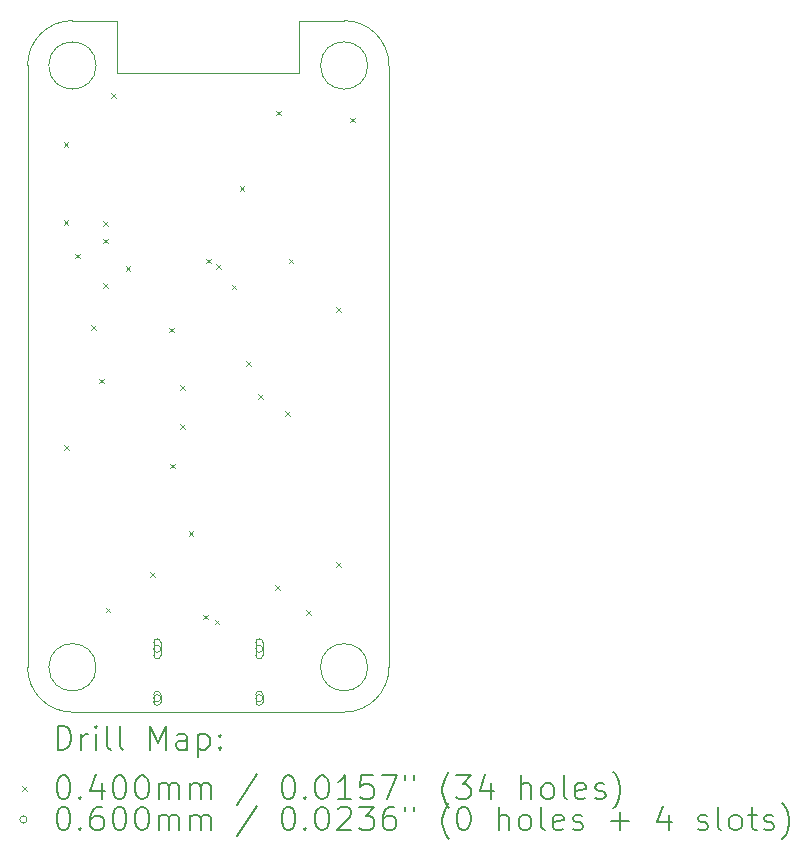
<source format=gbr>
%TF.GenerationSoftware,KiCad,Pcbnew,8.0.0-rc2-494-g6bc7bcffef*%
%TF.CreationDate,2024-02-15T01:57:22+00:00*%
%TF.ProjectId,Wakeboard,57616b65-626f-4617-9264-2e6b69636164,rev?*%
%TF.SameCoordinates,Original*%
%TF.FileFunction,Drillmap*%
%TF.FilePolarity,Positive*%
%FSLAX45Y45*%
G04 Gerber Fmt 4.5, Leading zero omitted, Abs format (unit mm)*
G04 Created by KiCad (PCBNEW 8.0.0-rc2-494-g6bc7bcffef) date 2024-02-15 01:57:22*
%MOMM*%
%LPD*%
G01*
G04 APERTURE LIST*
%ADD10C,0.100000*%
%ADD11C,0.200000*%
G04 APERTURE END LIST*
D10*
X14280000Y-9920000D02*
X14279966Y-4825304D01*
X13900195Y-4445034D02*
G75*
G02*
X14279966Y-4825304I-195J-379966D01*
G01*
X14100000Y-9920000D02*
G75*
G02*
X13700000Y-9920000I-200000J0D01*
G01*
X13700000Y-9920000D02*
G75*
G02*
X14100000Y-9920000I200000J0D01*
G01*
X11980000Y-4444700D02*
X11600000Y-4444983D01*
X13520000Y-4890000D02*
X11980000Y-4890000D01*
X13900195Y-4445034D02*
X13520000Y-4444700D01*
X11980000Y-4890000D02*
X11980000Y-4444700D01*
X11600000Y-10300000D02*
G75*
G02*
X11220000Y-9920000I0J380000D01*
G01*
X11219983Y-4824794D02*
X11220000Y-9920000D01*
X11600000Y-10300000D02*
X13900000Y-10300000D01*
X11800000Y-4825000D02*
G75*
G02*
X11400000Y-4825000I-200000J0D01*
G01*
X11400000Y-4825000D02*
G75*
G02*
X11800000Y-4825000I200000J0D01*
G01*
X11800000Y-9920000D02*
G75*
G02*
X11400000Y-9920000I-200000J0D01*
G01*
X11400000Y-9920000D02*
G75*
G02*
X11800000Y-9920000I200000J0D01*
G01*
X11219983Y-4824794D02*
G75*
G02*
X11600000Y-4444983I380017J-206D01*
G01*
X14280000Y-9920000D02*
G75*
G02*
X13900000Y-10300000I-380000J0D01*
G01*
X14100000Y-4825000D02*
G75*
G02*
X13700000Y-4825000I-200000J0D01*
G01*
X13700000Y-4825000D02*
G75*
G02*
X14100000Y-4825000I200000J0D01*
G01*
X13520000Y-4444700D02*
X13520000Y-4890000D01*
D11*
D10*
X11524800Y-5476980D02*
X11564800Y-5516980D01*
X11564800Y-5476980D02*
X11524800Y-5516980D01*
X11524800Y-6134300D02*
X11564800Y-6174300D01*
X11564800Y-6134300D02*
X11524800Y-6174300D01*
X11530000Y-8037250D02*
X11570000Y-8077250D01*
X11570000Y-8037250D02*
X11530000Y-8077250D01*
X11625021Y-6417427D02*
X11665021Y-6457427D01*
X11665021Y-6417427D02*
X11625021Y-6457427D01*
X11756670Y-7026500D02*
X11796670Y-7066500D01*
X11796670Y-7026500D02*
X11756670Y-7066500D01*
X11826920Y-7477460D02*
X11866920Y-7517460D01*
X11866920Y-7477460D02*
X11826920Y-7517460D01*
X11860000Y-6140000D02*
X11900000Y-6180000D01*
X11900000Y-6140000D02*
X11860000Y-6180000D01*
X11860000Y-6290000D02*
X11900000Y-6330000D01*
X11900000Y-6290000D02*
X11860000Y-6330000D01*
X11860000Y-6670000D02*
X11900000Y-6710000D01*
X11900000Y-6670000D02*
X11860000Y-6710000D01*
X11880000Y-9415000D02*
X11920000Y-9455000D01*
X11920000Y-9415000D02*
X11880000Y-9455000D01*
X11926490Y-5060000D02*
X11966490Y-5100000D01*
X11966490Y-5060000D02*
X11926490Y-5100000D01*
X12050000Y-6525000D02*
X12090000Y-6565000D01*
X12090000Y-6525000D02*
X12050000Y-6565000D01*
X12255720Y-9117550D02*
X12295720Y-9157550D01*
X12295720Y-9117550D02*
X12255720Y-9157550D01*
X12420000Y-7045000D02*
X12460000Y-7085000D01*
X12460000Y-7045000D02*
X12420000Y-7085000D01*
X12428530Y-8196470D02*
X12468530Y-8236470D01*
X12468530Y-8196470D02*
X12428530Y-8236470D01*
X12510000Y-7528419D02*
X12550000Y-7568419D01*
X12550000Y-7528419D02*
X12510000Y-7568419D01*
X12510000Y-7860000D02*
X12550000Y-7900000D01*
X12550000Y-7860000D02*
X12510000Y-7900000D01*
X12585000Y-8769660D02*
X12625000Y-8809660D01*
X12625000Y-8769660D02*
X12585000Y-8809660D01*
X12705013Y-9475277D02*
X12745013Y-9515277D01*
X12745013Y-9475277D02*
X12705013Y-9515277D01*
X12730000Y-6460000D02*
X12770000Y-6500000D01*
X12770000Y-6460000D02*
X12730000Y-6500000D01*
X12804840Y-9517240D02*
X12844840Y-9557240D01*
X12844840Y-9517240D02*
X12804840Y-9557240D01*
X12815000Y-6509000D02*
X12855000Y-6549000D01*
X12855000Y-6509000D02*
X12815000Y-6549000D01*
X12948323Y-6681216D02*
X12988323Y-6721216D01*
X12988323Y-6681216D02*
X12948323Y-6721216D01*
X13015380Y-5845210D02*
X13055380Y-5885210D01*
X13055380Y-5845210D02*
X13015380Y-5885210D01*
X13070000Y-7330000D02*
X13110000Y-7370000D01*
X13110000Y-7330000D02*
X13070000Y-7370000D01*
X13170000Y-7610000D02*
X13210000Y-7650000D01*
X13210000Y-7610000D02*
X13170000Y-7650000D01*
X13313730Y-9224000D02*
X13353730Y-9264000D01*
X13353730Y-9224000D02*
X13313730Y-9264000D01*
X13327340Y-5207500D02*
X13367340Y-5247500D01*
X13367340Y-5207500D02*
X13327340Y-5247500D01*
X13401079Y-7753250D02*
X13441079Y-7793250D01*
X13441079Y-7753250D02*
X13401079Y-7793250D01*
X13430000Y-6459650D02*
X13470000Y-6499650D01*
X13470000Y-6459650D02*
X13430000Y-6499650D01*
X13580000Y-9434475D02*
X13620000Y-9474475D01*
X13620000Y-9434475D02*
X13580000Y-9474475D01*
X13835000Y-6873350D02*
X13875000Y-6913350D01*
X13875000Y-6873350D02*
X13835000Y-6913350D01*
X13835000Y-9029140D02*
X13875000Y-9069140D01*
X13875000Y-9029140D02*
X13835000Y-9069140D01*
X13950000Y-5265560D02*
X13990000Y-5305560D01*
X13990000Y-5265560D02*
X13950000Y-5305560D01*
X12348000Y-9764500D02*
G75*
G02*
X12288000Y-9764500I-30000J0D01*
G01*
X12288000Y-9764500D02*
G75*
G02*
X12348000Y-9764500I30000J0D01*
G01*
X12288000Y-9709500D02*
X12288000Y-9819500D01*
X12348000Y-9819500D02*
G75*
G02*
X12288000Y-9819500I-30000J0D01*
G01*
X12348000Y-9819500D02*
X12348000Y-9709500D01*
X12348000Y-9709500D02*
G75*
G03*
X12288000Y-9709500I-30000J0D01*
G01*
X12348000Y-10182500D02*
G75*
G02*
X12288000Y-10182500I-30000J0D01*
G01*
X12288000Y-10182500D02*
G75*
G02*
X12348000Y-10182500I30000J0D01*
G01*
X12288000Y-10152500D02*
X12288000Y-10212500D01*
X12348000Y-10212500D02*
G75*
G02*
X12288000Y-10212500I-30000J0D01*
G01*
X12348000Y-10212500D02*
X12348000Y-10152500D01*
X12348000Y-10152500D02*
G75*
G03*
X12288000Y-10152500I-30000J0D01*
G01*
X13212000Y-9764500D02*
G75*
G02*
X13152000Y-9764500I-30000J0D01*
G01*
X13152000Y-9764500D02*
G75*
G02*
X13212000Y-9764500I30000J0D01*
G01*
X13152000Y-9709500D02*
X13152000Y-9819500D01*
X13212000Y-9819500D02*
G75*
G02*
X13152000Y-9819500I-30000J0D01*
G01*
X13212000Y-9819500D02*
X13212000Y-9709500D01*
X13212000Y-9709500D02*
G75*
G03*
X13152000Y-9709500I-30000J0D01*
G01*
X13212000Y-10182500D02*
G75*
G02*
X13152000Y-10182500I-30000J0D01*
G01*
X13152000Y-10182500D02*
G75*
G02*
X13212000Y-10182500I30000J0D01*
G01*
X13152000Y-10152500D02*
X13152000Y-10212500D01*
X13212000Y-10212500D02*
G75*
G02*
X13152000Y-10212500I-30000J0D01*
G01*
X13212000Y-10212500D02*
X13212000Y-10152500D01*
X13212000Y-10152500D02*
G75*
G03*
X13152000Y-10152500I-30000J0D01*
G01*
D11*
X11475760Y-10616484D02*
X11475760Y-10416484D01*
X11475760Y-10416484D02*
X11523379Y-10416484D01*
X11523379Y-10416484D02*
X11551950Y-10426008D01*
X11551950Y-10426008D02*
X11570998Y-10445055D01*
X11570998Y-10445055D02*
X11580522Y-10464103D01*
X11580522Y-10464103D02*
X11590045Y-10502198D01*
X11590045Y-10502198D02*
X11590045Y-10530770D01*
X11590045Y-10530770D02*
X11580522Y-10568865D01*
X11580522Y-10568865D02*
X11570998Y-10587912D01*
X11570998Y-10587912D02*
X11551950Y-10606960D01*
X11551950Y-10606960D02*
X11523379Y-10616484D01*
X11523379Y-10616484D02*
X11475760Y-10616484D01*
X11675760Y-10616484D02*
X11675760Y-10483150D01*
X11675760Y-10521246D02*
X11685283Y-10502198D01*
X11685283Y-10502198D02*
X11694807Y-10492674D01*
X11694807Y-10492674D02*
X11713855Y-10483150D01*
X11713855Y-10483150D02*
X11732903Y-10483150D01*
X11799569Y-10616484D02*
X11799569Y-10483150D01*
X11799569Y-10416484D02*
X11790045Y-10426008D01*
X11790045Y-10426008D02*
X11799569Y-10435531D01*
X11799569Y-10435531D02*
X11809093Y-10426008D01*
X11809093Y-10426008D02*
X11799569Y-10416484D01*
X11799569Y-10416484D02*
X11799569Y-10435531D01*
X11923379Y-10616484D02*
X11904331Y-10606960D01*
X11904331Y-10606960D02*
X11894807Y-10587912D01*
X11894807Y-10587912D02*
X11894807Y-10416484D01*
X12028141Y-10616484D02*
X12009093Y-10606960D01*
X12009093Y-10606960D02*
X11999569Y-10587912D01*
X11999569Y-10587912D02*
X11999569Y-10416484D01*
X12256712Y-10616484D02*
X12256712Y-10416484D01*
X12256712Y-10416484D02*
X12323379Y-10559341D01*
X12323379Y-10559341D02*
X12390045Y-10416484D01*
X12390045Y-10416484D02*
X12390045Y-10616484D01*
X12570998Y-10616484D02*
X12570998Y-10511722D01*
X12570998Y-10511722D02*
X12561474Y-10492674D01*
X12561474Y-10492674D02*
X12542426Y-10483150D01*
X12542426Y-10483150D02*
X12504331Y-10483150D01*
X12504331Y-10483150D02*
X12485283Y-10492674D01*
X12570998Y-10606960D02*
X12551950Y-10616484D01*
X12551950Y-10616484D02*
X12504331Y-10616484D01*
X12504331Y-10616484D02*
X12485283Y-10606960D01*
X12485283Y-10606960D02*
X12475760Y-10587912D01*
X12475760Y-10587912D02*
X12475760Y-10568865D01*
X12475760Y-10568865D02*
X12485283Y-10549817D01*
X12485283Y-10549817D02*
X12504331Y-10540293D01*
X12504331Y-10540293D02*
X12551950Y-10540293D01*
X12551950Y-10540293D02*
X12570998Y-10530770D01*
X12666236Y-10483150D02*
X12666236Y-10683150D01*
X12666236Y-10492674D02*
X12685283Y-10483150D01*
X12685283Y-10483150D02*
X12723379Y-10483150D01*
X12723379Y-10483150D02*
X12742426Y-10492674D01*
X12742426Y-10492674D02*
X12751950Y-10502198D01*
X12751950Y-10502198D02*
X12761474Y-10521246D01*
X12761474Y-10521246D02*
X12761474Y-10578389D01*
X12761474Y-10578389D02*
X12751950Y-10597436D01*
X12751950Y-10597436D02*
X12742426Y-10606960D01*
X12742426Y-10606960D02*
X12723379Y-10616484D01*
X12723379Y-10616484D02*
X12685283Y-10616484D01*
X12685283Y-10616484D02*
X12666236Y-10606960D01*
X12847188Y-10597436D02*
X12856712Y-10606960D01*
X12856712Y-10606960D02*
X12847188Y-10616484D01*
X12847188Y-10616484D02*
X12837664Y-10606960D01*
X12837664Y-10606960D02*
X12847188Y-10597436D01*
X12847188Y-10597436D02*
X12847188Y-10616484D01*
X12847188Y-10492674D02*
X12856712Y-10502198D01*
X12856712Y-10502198D02*
X12847188Y-10511722D01*
X12847188Y-10511722D02*
X12837664Y-10502198D01*
X12837664Y-10502198D02*
X12847188Y-10492674D01*
X12847188Y-10492674D02*
X12847188Y-10511722D01*
D10*
X11174983Y-10925000D02*
X11214983Y-10965000D01*
X11214983Y-10925000D02*
X11174983Y-10965000D01*
D11*
X11513855Y-10836484D02*
X11532903Y-10836484D01*
X11532903Y-10836484D02*
X11551950Y-10846008D01*
X11551950Y-10846008D02*
X11561474Y-10855531D01*
X11561474Y-10855531D02*
X11570998Y-10874579D01*
X11570998Y-10874579D02*
X11580522Y-10912674D01*
X11580522Y-10912674D02*
X11580522Y-10960293D01*
X11580522Y-10960293D02*
X11570998Y-10998389D01*
X11570998Y-10998389D02*
X11561474Y-11017436D01*
X11561474Y-11017436D02*
X11551950Y-11026960D01*
X11551950Y-11026960D02*
X11532903Y-11036484D01*
X11532903Y-11036484D02*
X11513855Y-11036484D01*
X11513855Y-11036484D02*
X11494807Y-11026960D01*
X11494807Y-11026960D02*
X11485283Y-11017436D01*
X11485283Y-11017436D02*
X11475760Y-10998389D01*
X11475760Y-10998389D02*
X11466236Y-10960293D01*
X11466236Y-10960293D02*
X11466236Y-10912674D01*
X11466236Y-10912674D02*
X11475760Y-10874579D01*
X11475760Y-10874579D02*
X11485283Y-10855531D01*
X11485283Y-10855531D02*
X11494807Y-10846008D01*
X11494807Y-10846008D02*
X11513855Y-10836484D01*
X11666236Y-11017436D02*
X11675760Y-11026960D01*
X11675760Y-11026960D02*
X11666236Y-11036484D01*
X11666236Y-11036484D02*
X11656712Y-11026960D01*
X11656712Y-11026960D02*
X11666236Y-11017436D01*
X11666236Y-11017436D02*
X11666236Y-11036484D01*
X11847188Y-10903150D02*
X11847188Y-11036484D01*
X11799569Y-10826960D02*
X11751950Y-10969817D01*
X11751950Y-10969817D02*
X11875760Y-10969817D01*
X11990045Y-10836484D02*
X12009093Y-10836484D01*
X12009093Y-10836484D02*
X12028141Y-10846008D01*
X12028141Y-10846008D02*
X12037664Y-10855531D01*
X12037664Y-10855531D02*
X12047188Y-10874579D01*
X12047188Y-10874579D02*
X12056712Y-10912674D01*
X12056712Y-10912674D02*
X12056712Y-10960293D01*
X12056712Y-10960293D02*
X12047188Y-10998389D01*
X12047188Y-10998389D02*
X12037664Y-11017436D01*
X12037664Y-11017436D02*
X12028141Y-11026960D01*
X12028141Y-11026960D02*
X12009093Y-11036484D01*
X12009093Y-11036484D02*
X11990045Y-11036484D01*
X11990045Y-11036484D02*
X11970998Y-11026960D01*
X11970998Y-11026960D02*
X11961474Y-11017436D01*
X11961474Y-11017436D02*
X11951950Y-10998389D01*
X11951950Y-10998389D02*
X11942426Y-10960293D01*
X11942426Y-10960293D02*
X11942426Y-10912674D01*
X11942426Y-10912674D02*
X11951950Y-10874579D01*
X11951950Y-10874579D02*
X11961474Y-10855531D01*
X11961474Y-10855531D02*
X11970998Y-10846008D01*
X11970998Y-10846008D02*
X11990045Y-10836484D01*
X12180522Y-10836484D02*
X12199569Y-10836484D01*
X12199569Y-10836484D02*
X12218617Y-10846008D01*
X12218617Y-10846008D02*
X12228141Y-10855531D01*
X12228141Y-10855531D02*
X12237664Y-10874579D01*
X12237664Y-10874579D02*
X12247188Y-10912674D01*
X12247188Y-10912674D02*
X12247188Y-10960293D01*
X12247188Y-10960293D02*
X12237664Y-10998389D01*
X12237664Y-10998389D02*
X12228141Y-11017436D01*
X12228141Y-11017436D02*
X12218617Y-11026960D01*
X12218617Y-11026960D02*
X12199569Y-11036484D01*
X12199569Y-11036484D02*
X12180522Y-11036484D01*
X12180522Y-11036484D02*
X12161474Y-11026960D01*
X12161474Y-11026960D02*
X12151950Y-11017436D01*
X12151950Y-11017436D02*
X12142426Y-10998389D01*
X12142426Y-10998389D02*
X12132903Y-10960293D01*
X12132903Y-10960293D02*
X12132903Y-10912674D01*
X12132903Y-10912674D02*
X12142426Y-10874579D01*
X12142426Y-10874579D02*
X12151950Y-10855531D01*
X12151950Y-10855531D02*
X12161474Y-10846008D01*
X12161474Y-10846008D02*
X12180522Y-10836484D01*
X12332903Y-11036484D02*
X12332903Y-10903150D01*
X12332903Y-10922198D02*
X12342426Y-10912674D01*
X12342426Y-10912674D02*
X12361474Y-10903150D01*
X12361474Y-10903150D02*
X12390045Y-10903150D01*
X12390045Y-10903150D02*
X12409093Y-10912674D01*
X12409093Y-10912674D02*
X12418617Y-10931722D01*
X12418617Y-10931722D02*
X12418617Y-11036484D01*
X12418617Y-10931722D02*
X12428141Y-10912674D01*
X12428141Y-10912674D02*
X12447188Y-10903150D01*
X12447188Y-10903150D02*
X12475760Y-10903150D01*
X12475760Y-10903150D02*
X12494807Y-10912674D01*
X12494807Y-10912674D02*
X12504331Y-10931722D01*
X12504331Y-10931722D02*
X12504331Y-11036484D01*
X12599569Y-11036484D02*
X12599569Y-10903150D01*
X12599569Y-10922198D02*
X12609093Y-10912674D01*
X12609093Y-10912674D02*
X12628141Y-10903150D01*
X12628141Y-10903150D02*
X12656712Y-10903150D01*
X12656712Y-10903150D02*
X12675760Y-10912674D01*
X12675760Y-10912674D02*
X12685284Y-10931722D01*
X12685284Y-10931722D02*
X12685284Y-11036484D01*
X12685284Y-10931722D02*
X12694807Y-10912674D01*
X12694807Y-10912674D02*
X12713855Y-10903150D01*
X12713855Y-10903150D02*
X12742426Y-10903150D01*
X12742426Y-10903150D02*
X12761474Y-10912674D01*
X12761474Y-10912674D02*
X12770998Y-10931722D01*
X12770998Y-10931722D02*
X12770998Y-11036484D01*
X13161474Y-10826960D02*
X12990046Y-11084103D01*
X13418617Y-10836484D02*
X13437665Y-10836484D01*
X13437665Y-10836484D02*
X13456712Y-10846008D01*
X13456712Y-10846008D02*
X13466236Y-10855531D01*
X13466236Y-10855531D02*
X13475760Y-10874579D01*
X13475760Y-10874579D02*
X13485284Y-10912674D01*
X13485284Y-10912674D02*
X13485284Y-10960293D01*
X13485284Y-10960293D02*
X13475760Y-10998389D01*
X13475760Y-10998389D02*
X13466236Y-11017436D01*
X13466236Y-11017436D02*
X13456712Y-11026960D01*
X13456712Y-11026960D02*
X13437665Y-11036484D01*
X13437665Y-11036484D02*
X13418617Y-11036484D01*
X13418617Y-11036484D02*
X13399569Y-11026960D01*
X13399569Y-11026960D02*
X13390046Y-11017436D01*
X13390046Y-11017436D02*
X13380522Y-10998389D01*
X13380522Y-10998389D02*
X13370998Y-10960293D01*
X13370998Y-10960293D02*
X13370998Y-10912674D01*
X13370998Y-10912674D02*
X13380522Y-10874579D01*
X13380522Y-10874579D02*
X13390046Y-10855531D01*
X13390046Y-10855531D02*
X13399569Y-10846008D01*
X13399569Y-10846008D02*
X13418617Y-10836484D01*
X13570998Y-11017436D02*
X13580522Y-11026960D01*
X13580522Y-11026960D02*
X13570998Y-11036484D01*
X13570998Y-11036484D02*
X13561474Y-11026960D01*
X13561474Y-11026960D02*
X13570998Y-11017436D01*
X13570998Y-11017436D02*
X13570998Y-11036484D01*
X13704331Y-10836484D02*
X13723379Y-10836484D01*
X13723379Y-10836484D02*
X13742427Y-10846008D01*
X13742427Y-10846008D02*
X13751950Y-10855531D01*
X13751950Y-10855531D02*
X13761474Y-10874579D01*
X13761474Y-10874579D02*
X13770998Y-10912674D01*
X13770998Y-10912674D02*
X13770998Y-10960293D01*
X13770998Y-10960293D02*
X13761474Y-10998389D01*
X13761474Y-10998389D02*
X13751950Y-11017436D01*
X13751950Y-11017436D02*
X13742427Y-11026960D01*
X13742427Y-11026960D02*
X13723379Y-11036484D01*
X13723379Y-11036484D02*
X13704331Y-11036484D01*
X13704331Y-11036484D02*
X13685284Y-11026960D01*
X13685284Y-11026960D02*
X13675760Y-11017436D01*
X13675760Y-11017436D02*
X13666236Y-10998389D01*
X13666236Y-10998389D02*
X13656712Y-10960293D01*
X13656712Y-10960293D02*
X13656712Y-10912674D01*
X13656712Y-10912674D02*
X13666236Y-10874579D01*
X13666236Y-10874579D02*
X13675760Y-10855531D01*
X13675760Y-10855531D02*
X13685284Y-10846008D01*
X13685284Y-10846008D02*
X13704331Y-10836484D01*
X13961474Y-11036484D02*
X13847188Y-11036484D01*
X13904331Y-11036484D02*
X13904331Y-10836484D01*
X13904331Y-10836484D02*
X13885284Y-10865055D01*
X13885284Y-10865055D02*
X13866236Y-10884103D01*
X13866236Y-10884103D02*
X13847188Y-10893627D01*
X14142427Y-10836484D02*
X14047188Y-10836484D01*
X14047188Y-10836484D02*
X14037665Y-10931722D01*
X14037665Y-10931722D02*
X14047188Y-10922198D01*
X14047188Y-10922198D02*
X14066236Y-10912674D01*
X14066236Y-10912674D02*
X14113855Y-10912674D01*
X14113855Y-10912674D02*
X14132903Y-10922198D01*
X14132903Y-10922198D02*
X14142427Y-10931722D01*
X14142427Y-10931722D02*
X14151950Y-10950770D01*
X14151950Y-10950770D02*
X14151950Y-10998389D01*
X14151950Y-10998389D02*
X14142427Y-11017436D01*
X14142427Y-11017436D02*
X14132903Y-11026960D01*
X14132903Y-11026960D02*
X14113855Y-11036484D01*
X14113855Y-11036484D02*
X14066236Y-11036484D01*
X14066236Y-11036484D02*
X14047188Y-11026960D01*
X14047188Y-11026960D02*
X14037665Y-11017436D01*
X14218617Y-10836484D02*
X14351950Y-10836484D01*
X14351950Y-10836484D02*
X14266236Y-11036484D01*
X14418617Y-10836484D02*
X14418617Y-10874579D01*
X14494808Y-10836484D02*
X14494808Y-10874579D01*
X14790046Y-11112674D02*
X14780522Y-11103150D01*
X14780522Y-11103150D02*
X14761474Y-11074579D01*
X14761474Y-11074579D02*
X14751950Y-11055531D01*
X14751950Y-11055531D02*
X14742427Y-11026960D01*
X14742427Y-11026960D02*
X14732903Y-10979341D01*
X14732903Y-10979341D02*
X14732903Y-10941246D01*
X14732903Y-10941246D02*
X14742427Y-10893627D01*
X14742427Y-10893627D02*
X14751950Y-10865055D01*
X14751950Y-10865055D02*
X14761474Y-10846008D01*
X14761474Y-10846008D02*
X14780522Y-10817436D01*
X14780522Y-10817436D02*
X14790046Y-10807912D01*
X14847189Y-10836484D02*
X14970998Y-10836484D01*
X14970998Y-10836484D02*
X14904331Y-10912674D01*
X14904331Y-10912674D02*
X14932903Y-10912674D01*
X14932903Y-10912674D02*
X14951950Y-10922198D01*
X14951950Y-10922198D02*
X14961474Y-10931722D01*
X14961474Y-10931722D02*
X14970998Y-10950770D01*
X14970998Y-10950770D02*
X14970998Y-10998389D01*
X14970998Y-10998389D02*
X14961474Y-11017436D01*
X14961474Y-11017436D02*
X14951950Y-11026960D01*
X14951950Y-11026960D02*
X14932903Y-11036484D01*
X14932903Y-11036484D02*
X14875760Y-11036484D01*
X14875760Y-11036484D02*
X14856712Y-11026960D01*
X14856712Y-11026960D02*
X14847189Y-11017436D01*
X15142427Y-10903150D02*
X15142427Y-11036484D01*
X15094808Y-10826960D02*
X15047189Y-10969817D01*
X15047189Y-10969817D02*
X15170998Y-10969817D01*
X15399570Y-11036484D02*
X15399570Y-10836484D01*
X15485284Y-11036484D02*
X15485284Y-10931722D01*
X15485284Y-10931722D02*
X15475760Y-10912674D01*
X15475760Y-10912674D02*
X15456712Y-10903150D01*
X15456712Y-10903150D02*
X15428141Y-10903150D01*
X15428141Y-10903150D02*
X15409093Y-10912674D01*
X15409093Y-10912674D02*
X15399570Y-10922198D01*
X15609093Y-11036484D02*
X15590046Y-11026960D01*
X15590046Y-11026960D02*
X15580522Y-11017436D01*
X15580522Y-11017436D02*
X15570998Y-10998389D01*
X15570998Y-10998389D02*
X15570998Y-10941246D01*
X15570998Y-10941246D02*
X15580522Y-10922198D01*
X15580522Y-10922198D02*
X15590046Y-10912674D01*
X15590046Y-10912674D02*
X15609093Y-10903150D01*
X15609093Y-10903150D02*
X15637665Y-10903150D01*
X15637665Y-10903150D02*
X15656712Y-10912674D01*
X15656712Y-10912674D02*
X15666236Y-10922198D01*
X15666236Y-10922198D02*
X15675760Y-10941246D01*
X15675760Y-10941246D02*
X15675760Y-10998389D01*
X15675760Y-10998389D02*
X15666236Y-11017436D01*
X15666236Y-11017436D02*
X15656712Y-11026960D01*
X15656712Y-11026960D02*
X15637665Y-11036484D01*
X15637665Y-11036484D02*
X15609093Y-11036484D01*
X15790046Y-11036484D02*
X15770998Y-11026960D01*
X15770998Y-11026960D02*
X15761474Y-11007912D01*
X15761474Y-11007912D02*
X15761474Y-10836484D01*
X15942427Y-11026960D02*
X15923379Y-11036484D01*
X15923379Y-11036484D02*
X15885284Y-11036484D01*
X15885284Y-11036484D02*
X15866236Y-11026960D01*
X15866236Y-11026960D02*
X15856712Y-11007912D01*
X15856712Y-11007912D02*
X15856712Y-10931722D01*
X15856712Y-10931722D02*
X15866236Y-10912674D01*
X15866236Y-10912674D02*
X15885284Y-10903150D01*
X15885284Y-10903150D02*
X15923379Y-10903150D01*
X15923379Y-10903150D02*
X15942427Y-10912674D01*
X15942427Y-10912674D02*
X15951951Y-10931722D01*
X15951951Y-10931722D02*
X15951951Y-10950770D01*
X15951951Y-10950770D02*
X15856712Y-10969817D01*
X16028141Y-11026960D02*
X16047189Y-11036484D01*
X16047189Y-11036484D02*
X16085284Y-11036484D01*
X16085284Y-11036484D02*
X16104332Y-11026960D01*
X16104332Y-11026960D02*
X16113855Y-11007912D01*
X16113855Y-11007912D02*
X16113855Y-10998389D01*
X16113855Y-10998389D02*
X16104332Y-10979341D01*
X16104332Y-10979341D02*
X16085284Y-10969817D01*
X16085284Y-10969817D02*
X16056712Y-10969817D01*
X16056712Y-10969817D02*
X16037665Y-10960293D01*
X16037665Y-10960293D02*
X16028141Y-10941246D01*
X16028141Y-10941246D02*
X16028141Y-10931722D01*
X16028141Y-10931722D02*
X16037665Y-10912674D01*
X16037665Y-10912674D02*
X16056712Y-10903150D01*
X16056712Y-10903150D02*
X16085284Y-10903150D01*
X16085284Y-10903150D02*
X16104332Y-10912674D01*
X16180522Y-11112674D02*
X16190046Y-11103150D01*
X16190046Y-11103150D02*
X16209093Y-11074579D01*
X16209093Y-11074579D02*
X16218617Y-11055531D01*
X16218617Y-11055531D02*
X16228141Y-11026960D01*
X16228141Y-11026960D02*
X16237665Y-10979341D01*
X16237665Y-10979341D02*
X16237665Y-10941246D01*
X16237665Y-10941246D02*
X16228141Y-10893627D01*
X16228141Y-10893627D02*
X16218617Y-10865055D01*
X16218617Y-10865055D02*
X16209093Y-10846008D01*
X16209093Y-10846008D02*
X16190046Y-10817436D01*
X16190046Y-10817436D02*
X16180522Y-10807912D01*
D10*
X11214983Y-11209000D02*
G75*
G02*
X11154983Y-11209000I-30000J0D01*
G01*
X11154983Y-11209000D02*
G75*
G02*
X11214983Y-11209000I30000J0D01*
G01*
D11*
X11513855Y-11100484D02*
X11532903Y-11100484D01*
X11532903Y-11100484D02*
X11551950Y-11110008D01*
X11551950Y-11110008D02*
X11561474Y-11119531D01*
X11561474Y-11119531D02*
X11570998Y-11138579D01*
X11570998Y-11138579D02*
X11580522Y-11176674D01*
X11580522Y-11176674D02*
X11580522Y-11224293D01*
X11580522Y-11224293D02*
X11570998Y-11262388D01*
X11570998Y-11262388D02*
X11561474Y-11281436D01*
X11561474Y-11281436D02*
X11551950Y-11290960D01*
X11551950Y-11290960D02*
X11532903Y-11300484D01*
X11532903Y-11300484D02*
X11513855Y-11300484D01*
X11513855Y-11300484D02*
X11494807Y-11290960D01*
X11494807Y-11290960D02*
X11485283Y-11281436D01*
X11485283Y-11281436D02*
X11475760Y-11262388D01*
X11475760Y-11262388D02*
X11466236Y-11224293D01*
X11466236Y-11224293D02*
X11466236Y-11176674D01*
X11466236Y-11176674D02*
X11475760Y-11138579D01*
X11475760Y-11138579D02*
X11485283Y-11119531D01*
X11485283Y-11119531D02*
X11494807Y-11110008D01*
X11494807Y-11110008D02*
X11513855Y-11100484D01*
X11666236Y-11281436D02*
X11675760Y-11290960D01*
X11675760Y-11290960D02*
X11666236Y-11300484D01*
X11666236Y-11300484D02*
X11656712Y-11290960D01*
X11656712Y-11290960D02*
X11666236Y-11281436D01*
X11666236Y-11281436D02*
X11666236Y-11300484D01*
X11847188Y-11100484D02*
X11809093Y-11100484D01*
X11809093Y-11100484D02*
X11790045Y-11110008D01*
X11790045Y-11110008D02*
X11780522Y-11119531D01*
X11780522Y-11119531D02*
X11761474Y-11148103D01*
X11761474Y-11148103D02*
X11751950Y-11186198D01*
X11751950Y-11186198D02*
X11751950Y-11262388D01*
X11751950Y-11262388D02*
X11761474Y-11281436D01*
X11761474Y-11281436D02*
X11770998Y-11290960D01*
X11770998Y-11290960D02*
X11790045Y-11300484D01*
X11790045Y-11300484D02*
X11828141Y-11300484D01*
X11828141Y-11300484D02*
X11847188Y-11290960D01*
X11847188Y-11290960D02*
X11856712Y-11281436D01*
X11856712Y-11281436D02*
X11866236Y-11262388D01*
X11866236Y-11262388D02*
X11866236Y-11214769D01*
X11866236Y-11214769D02*
X11856712Y-11195722D01*
X11856712Y-11195722D02*
X11847188Y-11186198D01*
X11847188Y-11186198D02*
X11828141Y-11176674D01*
X11828141Y-11176674D02*
X11790045Y-11176674D01*
X11790045Y-11176674D02*
X11770998Y-11186198D01*
X11770998Y-11186198D02*
X11761474Y-11195722D01*
X11761474Y-11195722D02*
X11751950Y-11214769D01*
X11990045Y-11100484D02*
X12009093Y-11100484D01*
X12009093Y-11100484D02*
X12028141Y-11110008D01*
X12028141Y-11110008D02*
X12037664Y-11119531D01*
X12037664Y-11119531D02*
X12047188Y-11138579D01*
X12047188Y-11138579D02*
X12056712Y-11176674D01*
X12056712Y-11176674D02*
X12056712Y-11224293D01*
X12056712Y-11224293D02*
X12047188Y-11262388D01*
X12047188Y-11262388D02*
X12037664Y-11281436D01*
X12037664Y-11281436D02*
X12028141Y-11290960D01*
X12028141Y-11290960D02*
X12009093Y-11300484D01*
X12009093Y-11300484D02*
X11990045Y-11300484D01*
X11990045Y-11300484D02*
X11970998Y-11290960D01*
X11970998Y-11290960D02*
X11961474Y-11281436D01*
X11961474Y-11281436D02*
X11951950Y-11262388D01*
X11951950Y-11262388D02*
X11942426Y-11224293D01*
X11942426Y-11224293D02*
X11942426Y-11176674D01*
X11942426Y-11176674D02*
X11951950Y-11138579D01*
X11951950Y-11138579D02*
X11961474Y-11119531D01*
X11961474Y-11119531D02*
X11970998Y-11110008D01*
X11970998Y-11110008D02*
X11990045Y-11100484D01*
X12180522Y-11100484D02*
X12199569Y-11100484D01*
X12199569Y-11100484D02*
X12218617Y-11110008D01*
X12218617Y-11110008D02*
X12228141Y-11119531D01*
X12228141Y-11119531D02*
X12237664Y-11138579D01*
X12237664Y-11138579D02*
X12247188Y-11176674D01*
X12247188Y-11176674D02*
X12247188Y-11224293D01*
X12247188Y-11224293D02*
X12237664Y-11262388D01*
X12237664Y-11262388D02*
X12228141Y-11281436D01*
X12228141Y-11281436D02*
X12218617Y-11290960D01*
X12218617Y-11290960D02*
X12199569Y-11300484D01*
X12199569Y-11300484D02*
X12180522Y-11300484D01*
X12180522Y-11300484D02*
X12161474Y-11290960D01*
X12161474Y-11290960D02*
X12151950Y-11281436D01*
X12151950Y-11281436D02*
X12142426Y-11262388D01*
X12142426Y-11262388D02*
X12132903Y-11224293D01*
X12132903Y-11224293D02*
X12132903Y-11176674D01*
X12132903Y-11176674D02*
X12142426Y-11138579D01*
X12142426Y-11138579D02*
X12151950Y-11119531D01*
X12151950Y-11119531D02*
X12161474Y-11110008D01*
X12161474Y-11110008D02*
X12180522Y-11100484D01*
X12332903Y-11300484D02*
X12332903Y-11167150D01*
X12332903Y-11186198D02*
X12342426Y-11176674D01*
X12342426Y-11176674D02*
X12361474Y-11167150D01*
X12361474Y-11167150D02*
X12390045Y-11167150D01*
X12390045Y-11167150D02*
X12409093Y-11176674D01*
X12409093Y-11176674D02*
X12418617Y-11195722D01*
X12418617Y-11195722D02*
X12418617Y-11300484D01*
X12418617Y-11195722D02*
X12428141Y-11176674D01*
X12428141Y-11176674D02*
X12447188Y-11167150D01*
X12447188Y-11167150D02*
X12475760Y-11167150D01*
X12475760Y-11167150D02*
X12494807Y-11176674D01*
X12494807Y-11176674D02*
X12504331Y-11195722D01*
X12504331Y-11195722D02*
X12504331Y-11300484D01*
X12599569Y-11300484D02*
X12599569Y-11167150D01*
X12599569Y-11186198D02*
X12609093Y-11176674D01*
X12609093Y-11176674D02*
X12628141Y-11167150D01*
X12628141Y-11167150D02*
X12656712Y-11167150D01*
X12656712Y-11167150D02*
X12675760Y-11176674D01*
X12675760Y-11176674D02*
X12685284Y-11195722D01*
X12685284Y-11195722D02*
X12685284Y-11300484D01*
X12685284Y-11195722D02*
X12694807Y-11176674D01*
X12694807Y-11176674D02*
X12713855Y-11167150D01*
X12713855Y-11167150D02*
X12742426Y-11167150D01*
X12742426Y-11167150D02*
X12761474Y-11176674D01*
X12761474Y-11176674D02*
X12770998Y-11195722D01*
X12770998Y-11195722D02*
X12770998Y-11300484D01*
X13161474Y-11090960D02*
X12990046Y-11348103D01*
X13418617Y-11100484D02*
X13437665Y-11100484D01*
X13437665Y-11100484D02*
X13456712Y-11110008D01*
X13456712Y-11110008D02*
X13466236Y-11119531D01*
X13466236Y-11119531D02*
X13475760Y-11138579D01*
X13475760Y-11138579D02*
X13485284Y-11176674D01*
X13485284Y-11176674D02*
X13485284Y-11224293D01*
X13485284Y-11224293D02*
X13475760Y-11262388D01*
X13475760Y-11262388D02*
X13466236Y-11281436D01*
X13466236Y-11281436D02*
X13456712Y-11290960D01*
X13456712Y-11290960D02*
X13437665Y-11300484D01*
X13437665Y-11300484D02*
X13418617Y-11300484D01*
X13418617Y-11300484D02*
X13399569Y-11290960D01*
X13399569Y-11290960D02*
X13390046Y-11281436D01*
X13390046Y-11281436D02*
X13380522Y-11262388D01*
X13380522Y-11262388D02*
X13370998Y-11224293D01*
X13370998Y-11224293D02*
X13370998Y-11176674D01*
X13370998Y-11176674D02*
X13380522Y-11138579D01*
X13380522Y-11138579D02*
X13390046Y-11119531D01*
X13390046Y-11119531D02*
X13399569Y-11110008D01*
X13399569Y-11110008D02*
X13418617Y-11100484D01*
X13570998Y-11281436D02*
X13580522Y-11290960D01*
X13580522Y-11290960D02*
X13570998Y-11300484D01*
X13570998Y-11300484D02*
X13561474Y-11290960D01*
X13561474Y-11290960D02*
X13570998Y-11281436D01*
X13570998Y-11281436D02*
X13570998Y-11300484D01*
X13704331Y-11100484D02*
X13723379Y-11100484D01*
X13723379Y-11100484D02*
X13742427Y-11110008D01*
X13742427Y-11110008D02*
X13751950Y-11119531D01*
X13751950Y-11119531D02*
X13761474Y-11138579D01*
X13761474Y-11138579D02*
X13770998Y-11176674D01*
X13770998Y-11176674D02*
X13770998Y-11224293D01*
X13770998Y-11224293D02*
X13761474Y-11262388D01*
X13761474Y-11262388D02*
X13751950Y-11281436D01*
X13751950Y-11281436D02*
X13742427Y-11290960D01*
X13742427Y-11290960D02*
X13723379Y-11300484D01*
X13723379Y-11300484D02*
X13704331Y-11300484D01*
X13704331Y-11300484D02*
X13685284Y-11290960D01*
X13685284Y-11290960D02*
X13675760Y-11281436D01*
X13675760Y-11281436D02*
X13666236Y-11262388D01*
X13666236Y-11262388D02*
X13656712Y-11224293D01*
X13656712Y-11224293D02*
X13656712Y-11176674D01*
X13656712Y-11176674D02*
X13666236Y-11138579D01*
X13666236Y-11138579D02*
X13675760Y-11119531D01*
X13675760Y-11119531D02*
X13685284Y-11110008D01*
X13685284Y-11110008D02*
X13704331Y-11100484D01*
X13847188Y-11119531D02*
X13856712Y-11110008D01*
X13856712Y-11110008D02*
X13875760Y-11100484D01*
X13875760Y-11100484D02*
X13923379Y-11100484D01*
X13923379Y-11100484D02*
X13942427Y-11110008D01*
X13942427Y-11110008D02*
X13951950Y-11119531D01*
X13951950Y-11119531D02*
X13961474Y-11138579D01*
X13961474Y-11138579D02*
X13961474Y-11157627D01*
X13961474Y-11157627D02*
X13951950Y-11186198D01*
X13951950Y-11186198D02*
X13837665Y-11300484D01*
X13837665Y-11300484D02*
X13961474Y-11300484D01*
X14028141Y-11100484D02*
X14151950Y-11100484D01*
X14151950Y-11100484D02*
X14085284Y-11176674D01*
X14085284Y-11176674D02*
X14113855Y-11176674D01*
X14113855Y-11176674D02*
X14132903Y-11186198D01*
X14132903Y-11186198D02*
X14142427Y-11195722D01*
X14142427Y-11195722D02*
X14151950Y-11214769D01*
X14151950Y-11214769D02*
X14151950Y-11262388D01*
X14151950Y-11262388D02*
X14142427Y-11281436D01*
X14142427Y-11281436D02*
X14132903Y-11290960D01*
X14132903Y-11290960D02*
X14113855Y-11300484D01*
X14113855Y-11300484D02*
X14056712Y-11300484D01*
X14056712Y-11300484D02*
X14037665Y-11290960D01*
X14037665Y-11290960D02*
X14028141Y-11281436D01*
X14323379Y-11100484D02*
X14285284Y-11100484D01*
X14285284Y-11100484D02*
X14266236Y-11110008D01*
X14266236Y-11110008D02*
X14256712Y-11119531D01*
X14256712Y-11119531D02*
X14237665Y-11148103D01*
X14237665Y-11148103D02*
X14228141Y-11186198D01*
X14228141Y-11186198D02*
X14228141Y-11262388D01*
X14228141Y-11262388D02*
X14237665Y-11281436D01*
X14237665Y-11281436D02*
X14247188Y-11290960D01*
X14247188Y-11290960D02*
X14266236Y-11300484D01*
X14266236Y-11300484D02*
X14304331Y-11300484D01*
X14304331Y-11300484D02*
X14323379Y-11290960D01*
X14323379Y-11290960D02*
X14332903Y-11281436D01*
X14332903Y-11281436D02*
X14342427Y-11262388D01*
X14342427Y-11262388D02*
X14342427Y-11214769D01*
X14342427Y-11214769D02*
X14332903Y-11195722D01*
X14332903Y-11195722D02*
X14323379Y-11186198D01*
X14323379Y-11186198D02*
X14304331Y-11176674D01*
X14304331Y-11176674D02*
X14266236Y-11176674D01*
X14266236Y-11176674D02*
X14247188Y-11186198D01*
X14247188Y-11186198D02*
X14237665Y-11195722D01*
X14237665Y-11195722D02*
X14228141Y-11214769D01*
X14418617Y-11100484D02*
X14418617Y-11138579D01*
X14494808Y-11100484D02*
X14494808Y-11138579D01*
X14790046Y-11376674D02*
X14780522Y-11367150D01*
X14780522Y-11367150D02*
X14761474Y-11338579D01*
X14761474Y-11338579D02*
X14751950Y-11319531D01*
X14751950Y-11319531D02*
X14742427Y-11290960D01*
X14742427Y-11290960D02*
X14732903Y-11243341D01*
X14732903Y-11243341D02*
X14732903Y-11205246D01*
X14732903Y-11205246D02*
X14742427Y-11157627D01*
X14742427Y-11157627D02*
X14751950Y-11129055D01*
X14751950Y-11129055D02*
X14761474Y-11110008D01*
X14761474Y-11110008D02*
X14780522Y-11081436D01*
X14780522Y-11081436D02*
X14790046Y-11071912D01*
X14904331Y-11100484D02*
X14923379Y-11100484D01*
X14923379Y-11100484D02*
X14942427Y-11110008D01*
X14942427Y-11110008D02*
X14951950Y-11119531D01*
X14951950Y-11119531D02*
X14961474Y-11138579D01*
X14961474Y-11138579D02*
X14970998Y-11176674D01*
X14970998Y-11176674D02*
X14970998Y-11224293D01*
X14970998Y-11224293D02*
X14961474Y-11262388D01*
X14961474Y-11262388D02*
X14951950Y-11281436D01*
X14951950Y-11281436D02*
X14942427Y-11290960D01*
X14942427Y-11290960D02*
X14923379Y-11300484D01*
X14923379Y-11300484D02*
X14904331Y-11300484D01*
X14904331Y-11300484D02*
X14885284Y-11290960D01*
X14885284Y-11290960D02*
X14875760Y-11281436D01*
X14875760Y-11281436D02*
X14866236Y-11262388D01*
X14866236Y-11262388D02*
X14856712Y-11224293D01*
X14856712Y-11224293D02*
X14856712Y-11176674D01*
X14856712Y-11176674D02*
X14866236Y-11138579D01*
X14866236Y-11138579D02*
X14875760Y-11119531D01*
X14875760Y-11119531D02*
X14885284Y-11110008D01*
X14885284Y-11110008D02*
X14904331Y-11100484D01*
X15209093Y-11300484D02*
X15209093Y-11100484D01*
X15294808Y-11300484D02*
X15294808Y-11195722D01*
X15294808Y-11195722D02*
X15285284Y-11176674D01*
X15285284Y-11176674D02*
X15266236Y-11167150D01*
X15266236Y-11167150D02*
X15237665Y-11167150D01*
X15237665Y-11167150D02*
X15218617Y-11176674D01*
X15218617Y-11176674D02*
X15209093Y-11186198D01*
X15418617Y-11300484D02*
X15399570Y-11290960D01*
X15399570Y-11290960D02*
X15390046Y-11281436D01*
X15390046Y-11281436D02*
X15380522Y-11262388D01*
X15380522Y-11262388D02*
X15380522Y-11205246D01*
X15380522Y-11205246D02*
X15390046Y-11186198D01*
X15390046Y-11186198D02*
X15399570Y-11176674D01*
X15399570Y-11176674D02*
X15418617Y-11167150D01*
X15418617Y-11167150D02*
X15447189Y-11167150D01*
X15447189Y-11167150D02*
X15466236Y-11176674D01*
X15466236Y-11176674D02*
X15475760Y-11186198D01*
X15475760Y-11186198D02*
X15485284Y-11205246D01*
X15485284Y-11205246D02*
X15485284Y-11262388D01*
X15485284Y-11262388D02*
X15475760Y-11281436D01*
X15475760Y-11281436D02*
X15466236Y-11290960D01*
X15466236Y-11290960D02*
X15447189Y-11300484D01*
X15447189Y-11300484D02*
X15418617Y-11300484D01*
X15599570Y-11300484D02*
X15580522Y-11290960D01*
X15580522Y-11290960D02*
X15570998Y-11271912D01*
X15570998Y-11271912D02*
X15570998Y-11100484D01*
X15751951Y-11290960D02*
X15732903Y-11300484D01*
X15732903Y-11300484D02*
X15694808Y-11300484D01*
X15694808Y-11300484D02*
X15675760Y-11290960D01*
X15675760Y-11290960D02*
X15666236Y-11271912D01*
X15666236Y-11271912D02*
X15666236Y-11195722D01*
X15666236Y-11195722D02*
X15675760Y-11176674D01*
X15675760Y-11176674D02*
X15694808Y-11167150D01*
X15694808Y-11167150D02*
X15732903Y-11167150D01*
X15732903Y-11167150D02*
X15751951Y-11176674D01*
X15751951Y-11176674D02*
X15761474Y-11195722D01*
X15761474Y-11195722D02*
X15761474Y-11214769D01*
X15761474Y-11214769D02*
X15666236Y-11233817D01*
X15837665Y-11290960D02*
X15856712Y-11300484D01*
X15856712Y-11300484D02*
X15894808Y-11300484D01*
X15894808Y-11300484D02*
X15913855Y-11290960D01*
X15913855Y-11290960D02*
X15923379Y-11271912D01*
X15923379Y-11271912D02*
X15923379Y-11262388D01*
X15923379Y-11262388D02*
X15913855Y-11243341D01*
X15913855Y-11243341D02*
X15894808Y-11233817D01*
X15894808Y-11233817D02*
X15866236Y-11233817D01*
X15866236Y-11233817D02*
X15847189Y-11224293D01*
X15847189Y-11224293D02*
X15837665Y-11205246D01*
X15837665Y-11205246D02*
X15837665Y-11195722D01*
X15837665Y-11195722D02*
X15847189Y-11176674D01*
X15847189Y-11176674D02*
X15866236Y-11167150D01*
X15866236Y-11167150D02*
X15894808Y-11167150D01*
X15894808Y-11167150D02*
X15913855Y-11176674D01*
X16161474Y-11224293D02*
X16313855Y-11224293D01*
X16237665Y-11300484D02*
X16237665Y-11148103D01*
X16647189Y-11167150D02*
X16647189Y-11300484D01*
X16599570Y-11090960D02*
X16551951Y-11233817D01*
X16551951Y-11233817D02*
X16675760Y-11233817D01*
X16894808Y-11290960D02*
X16913856Y-11300484D01*
X16913856Y-11300484D02*
X16951951Y-11300484D01*
X16951951Y-11300484D02*
X16970998Y-11290960D01*
X16970998Y-11290960D02*
X16980522Y-11271912D01*
X16980522Y-11271912D02*
X16980522Y-11262388D01*
X16980522Y-11262388D02*
X16970998Y-11243341D01*
X16970998Y-11243341D02*
X16951951Y-11233817D01*
X16951951Y-11233817D02*
X16923379Y-11233817D01*
X16923379Y-11233817D02*
X16904332Y-11224293D01*
X16904332Y-11224293D02*
X16894808Y-11205246D01*
X16894808Y-11205246D02*
X16894808Y-11195722D01*
X16894808Y-11195722D02*
X16904332Y-11176674D01*
X16904332Y-11176674D02*
X16923379Y-11167150D01*
X16923379Y-11167150D02*
X16951951Y-11167150D01*
X16951951Y-11167150D02*
X16970998Y-11176674D01*
X17094808Y-11300484D02*
X17075760Y-11290960D01*
X17075760Y-11290960D02*
X17066237Y-11271912D01*
X17066237Y-11271912D02*
X17066237Y-11100484D01*
X17199570Y-11300484D02*
X17180522Y-11290960D01*
X17180522Y-11290960D02*
X17170998Y-11281436D01*
X17170998Y-11281436D02*
X17161475Y-11262388D01*
X17161475Y-11262388D02*
X17161475Y-11205246D01*
X17161475Y-11205246D02*
X17170998Y-11186198D01*
X17170998Y-11186198D02*
X17180522Y-11176674D01*
X17180522Y-11176674D02*
X17199570Y-11167150D01*
X17199570Y-11167150D02*
X17228141Y-11167150D01*
X17228141Y-11167150D02*
X17247189Y-11176674D01*
X17247189Y-11176674D02*
X17256713Y-11186198D01*
X17256713Y-11186198D02*
X17266237Y-11205246D01*
X17266237Y-11205246D02*
X17266237Y-11262388D01*
X17266237Y-11262388D02*
X17256713Y-11281436D01*
X17256713Y-11281436D02*
X17247189Y-11290960D01*
X17247189Y-11290960D02*
X17228141Y-11300484D01*
X17228141Y-11300484D02*
X17199570Y-11300484D01*
X17323379Y-11167150D02*
X17399570Y-11167150D01*
X17351951Y-11100484D02*
X17351951Y-11271912D01*
X17351951Y-11271912D02*
X17361475Y-11290960D01*
X17361475Y-11290960D02*
X17380522Y-11300484D01*
X17380522Y-11300484D02*
X17399570Y-11300484D01*
X17456713Y-11290960D02*
X17475760Y-11300484D01*
X17475760Y-11300484D02*
X17513856Y-11300484D01*
X17513856Y-11300484D02*
X17532903Y-11290960D01*
X17532903Y-11290960D02*
X17542427Y-11271912D01*
X17542427Y-11271912D02*
X17542427Y-11262388D01*
X17542427Y-11262388D02*
X17532903Y-11243341D01*
X17532903Y-11243341D02*
X17513856Y-11233817D01*
X17513856Y-11233817D02*
X17485284Y-11233817D01*
X17485284Y-11233817D02*
X17466237Y-11224293D01*
X17466237Y-11224293D02*
X17456713Y-11205246D01*
X17456713Y-11205246D02*
X17456713Y-11195722D01*
X17456713Y-11195722D02*
X17466237Y-11176674D01*
X17466237Y-11176674D02*
X17485284Y-11167150D01*
X17485284Y-11167150D02*
X17513856Y-11167150D01*
X17513856Y-11167150D02*
X17532903Y-11176674D01*
X17609094Y-11376674D02*
X17618618Y-11367150D01*
X17618618Y-11367150D02*
X17637665Y-11338579D01*
X17637665Y-11338579D02*
X17647189Y-11319531D01*
X17647189Y-11319531D02*
X17656713Y-11290960D01*
X17656713Y-11290960D02*
X17666237Y-11243341D01*
X17666237Y-11243341D02*
X17666237Y-11205246D01*
X17666237Y-11205246D02*
X17656713Y-11157627D01*
X17656713Y-11157627D02*
X17647189Y-11129055D01*
X17647189Y-11129055D02*
X17637665Y-11110008D01*
X17637665Y-11110008D02*
X17618618Y-11081436D01*
X17618618Y-11081436D02*
X17609094Y-11071912D01*
M02*

</source>
